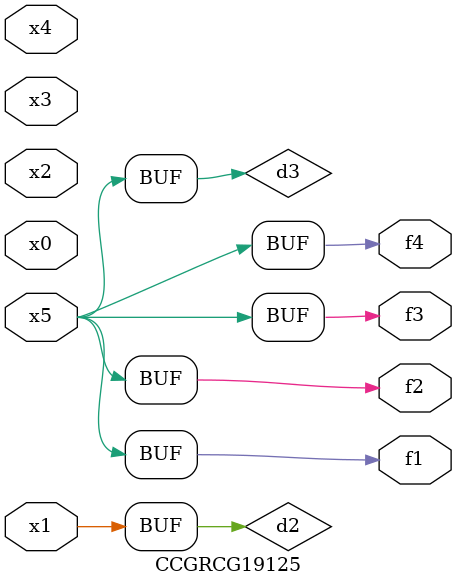
<source format=v>
module CCGRCG19125(
	input x0, x1, x2, x3, x4, x5,
	output f1, f2, f3, f4
);

	wire d1, d2, d3;

	not (d1, x5);
	or (d2, x1);
	xnor (d3, d1);
	assign f1 = d3;
	assign f2 = d3;
	assign f3 = d3;
	assign f4 = d3;
endmodule

</source>
